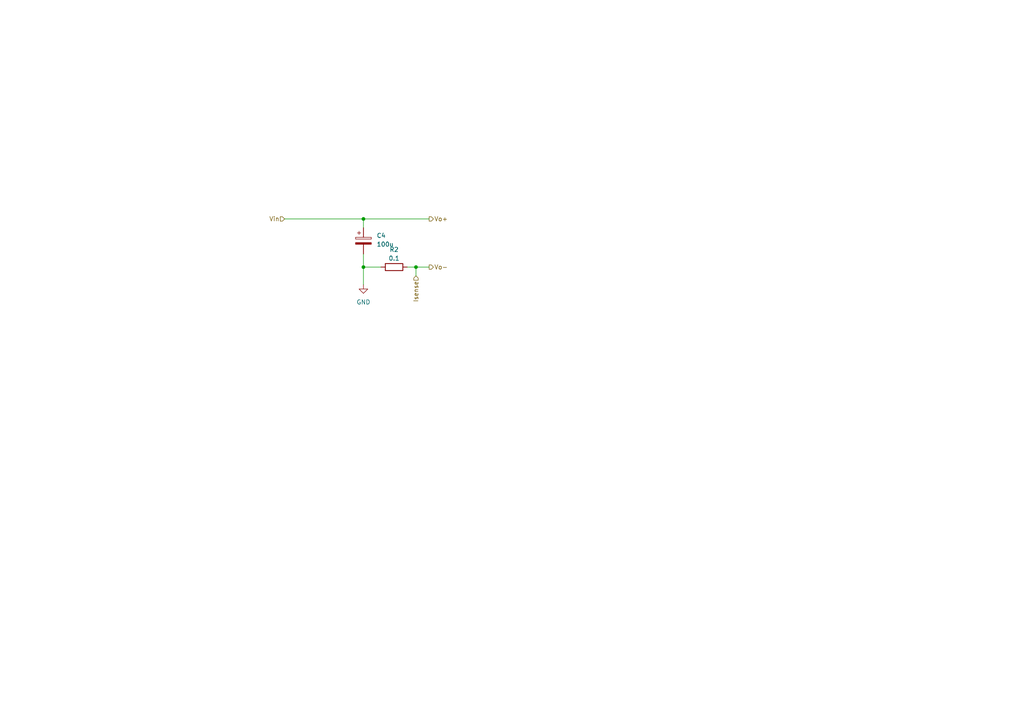
<source format=kicad_sch>
(kicad_sch (version 20230121) (generator eeschema)
  (paper "A4")
  (lib_symbols
    (symbol "Device:C_Polarized" (pin_numbers hide) (pin_names (offset 0.254))
      (property "Reference" "C" (at 0.635 2.54 0))
      (property "Value" "C_Polarized" (at 0.635 -2.54 0))
      (symbol "C_Polarized_0_1"
        (rectangle (start -2.286 0.508) (end 2.286 1.016))
        (polyline (pts (xy -1.778 2.286) (xy -0.762 2.286)))
        (polyline (pts (xy -1.27 2.794) (xy -1.27 1.778)))
        (rectangle (start 2.286 -0.508) (end -2.286 -1.016) (fill (type outline)))
      )
      (symbol "C_Polarized_1_1"
        (pin passive line (at 0 3.81 270) (length 2.794) (name "~") (number "1"))
        (pin passive line (at 0 -3.81 90) (length 2.794) (name "~") (number "2"))
      )
    )
    (symbol "Device:R" (pin_numbers hide) (pin_names (offset 0))
      (property "Reference" "R" (at 2.032 0 90))
      (property "Value" "R" (at 0 0 90))
      (symbol "R_0_1"
        (rectangle (start -1.016 -2.54) (end 1.016 2.54) (stroke (width 0.254)))
      )
      (symbol "R_1_1"
        (pin passive line (at 0 3.81 270) (length 1.27) (name "~") (number "1"))
        (pin passive line (at 0 -3.81 90) (length 1.27) (name "~") (number "2"))
      )
    )
    (symbol "power:GND" (power) (pin_names (offset 0))
      (property "Value" "GND" (at 0 -3.81 0))
      (symbol "GND_0_1"
        (polyline (pts (xy 0 0) (xy 0 -1.27) (xy 1.27 -1.27) (xy 0 -2.54) (xy -1.27 -1.27) (xy 0 -1.27)))
      )
      (symbol "GND_1_1"
        (pin power_in line (at 0 0 270) (length 0) hide (name "GND") (number "1"))
      )
    )
  )
  (junction (at 120.65 77.47))
  (junction (at 105.41 63.5))
  (junction (at 105.41 77.47))
  (wire (pts (xy 124.46 77.47) (xy 120.65 77.47)))
  (wire (pts (xy 105.41 66.04) (xy 105.41 63.5)))
  (wire (pts (xy 120.65 77.47) (xy 118.11 77.47)))
  (wire (pts (xy 82.55 63.5) (xy 105.41 63.5)))
  (wire (pts (xy 105.41 63.5) (xy 124.46 63.5)))
  (wire (pts (xy 120.65 80.01) (xy 120.65 77.47)))
  (wire (pts (xy 105.41 77.47) (xy 105.41 73.66)))
  (wire (pts (xy 105.41 77.47) (xy 110.49 77.47)))
  (wire (pts (xy 105.41 82.55) (xy 105.41 77.47)))
  (hierarchical_label "Vin" (shape input) (at 82.55 63.5 180))
  (hierarchical_label "Vo-" (shape output) (at 124.46 77.47 0))
  (hierarchical_label "Vo+" (shape output) (at 124.46 63.5 0))
  (hierarchical_label "Isense" (shape input) (at 120.65 80.01 270))
  (symbol (lib_id "power:GND") (at 105.41 82.55 0) (unit 1)
    (property "Reference" "#PWR010" (effects hide))
    (property "Value" "GND" (at 105.41 87.63 0))
  )
  (symbol (lib_id "Device:C_Polarized") (at 105.41 69.85 0) (unit 1)
    (property "Reference" "C4" (at 109.22 68.326 0) (effects (justify left)))
    (property "Value" "100u" (at 109.22 70.866 0) (effects (justify left)))
  )
  (symbol (lib_id "Device:R") (at 114.3 77.47 90) (unit 1)
    (property "Reference" "R2" (at 114.3 72.39 90))
    (property "Value" "0.1" (at 114.3 74.93 90))
  )
)
</source>
